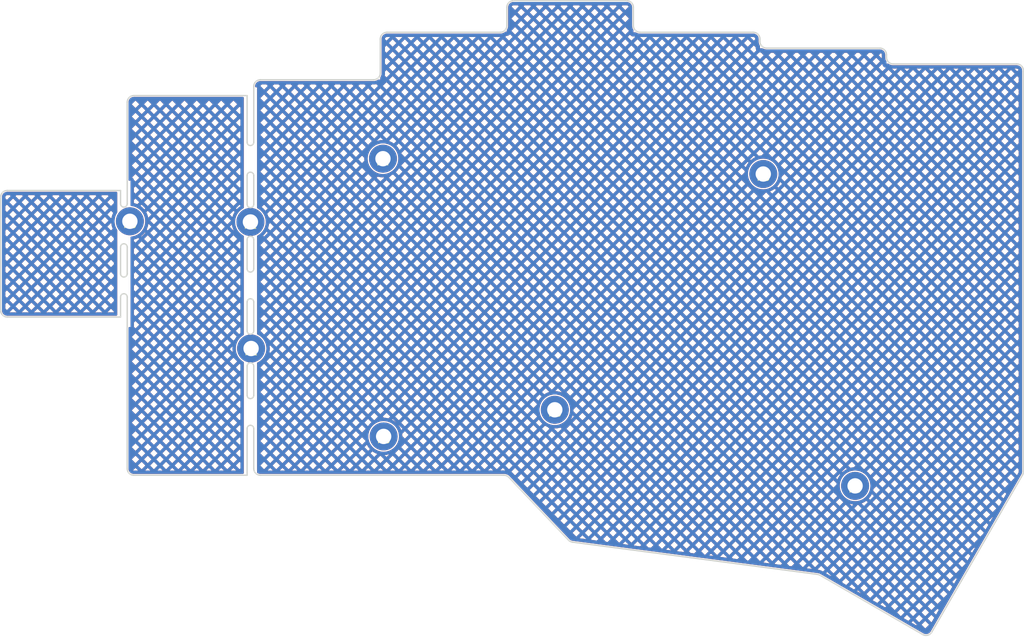
<source format=kicad_pcb>
(kicad_pcb (version 20211014) (generator pcbnew)
  (layers (0 "F.Cu" signal) (31 "B.Cu" signal) (34 "B.Paste" user) (35 "F.Paste" user) (36 "B.SilkS" user "B.Silkscreen") (37 "F.SilkS" user "F.Silkscreen") (38 "B.Mask" user) (39 "F.Mask" user) (44 "Edge.Cuts" user))
  (net 0 "")
  (footprint "kbd:M2_Hole_TH" (layer "F.Cu") (at 71.621463 38.074367)
    (fp_text reference "H4" (at 0 0.5) (layer "F.SilkS"))
    (fp_text value "MountingHole")
    (pad "" thru_hole circle (at 0 0) (size 4.2 4.2) (drill 2.3) (layers *.Cu *.Mask))
  )
  (footprint "kbd:M2_Hole_TH" (layer "F.Cu") (at 142.507505 87.19918)
    (fp_text reference "H9" (at 0 0.5) (layer "F.SilkS"))
    (fp_text value "MountingHole")
    (pad "" thru_hole circle (at 0 0) (size 4.2 4.2) (drill 2.3) (layers *.Cu *.Mask))
  )
  (footprint "kbd:M2_Hole_TH" (layer "F.Cu") (at 51.821463 66.574367)
    (fp_text reference "H2" (at 0 0.5) (layer "F.SilkS"))
    (fp_text value "MountingHole")
    (pad "" thru_hole circle (at 0 0) (size 4.2 4.2) (drill 2.3) (layers *.Cu *.Mask))
  )
  (footprint "kbd:M2_Hole_TH" (layer "F.Cu") (at 128.721463 40.374367)
    (fp_text reference "H8" (at 0 0.5) (layer "F.SilkS"))
    (fp_text value "MountingHole")
    (pad "" thru_hole circle (at 0 0) (size 4.2 4.2) (drill 2.3) (layers *.Cu *.Mask))
  )
  (footprint "kbd:M2_Hole_TH" (layer "F.Cu") (at 33.621463 47.474367)
    (fp_text reference "H3" (at 0 0.5) (layer "F.SilkS"))
    (fp_text value "MountingHole")
    (pad "" thru_hole circle (at 0 0) (size 4.2 4.2) (drill 2.3) (layers *.Cu *.Mask))
  )
  (footprint "kbd:M2_Hole_TH" (layer "F.Cu") (at 97.421463 75.774367)
    (fp_text reference "H6" (at 0 0.5) (layer "F.SilkS"))
    (fp_text value "MountingHole")
    (pad "" thru_hole circle (at 0 0) (size 4.2 4.2) (drill 2.3) (layers *.Cu *.Mask))
  )
  (footprint "kbd:M2_Hole_TH" (layer "F.Cu") (at 51.721463 47.574367)
    (fp_text reference "H1" (at 0 0.5) (layer "F.SilkS"))
    (fp_text value "MountingHole")
    (pad "" thru_hole circle (at 0 0) (size 4.2 4.2) (drill 2.3) (layers *.Cu *.Mask))
  )
  (footprint "kbd:M2_Hole_TH" (layer "F.Cu") (at 71.721463 79.774367)
    (fp_text reference "H5" (at 0 0.5) (layer "F.SilkS"))
    (fp_text value "MountingHole")
    (pad "" thru_hole circle (at 0 0) (size 4.2 4.2) (drill 2.3) (layers *.Cu *.Mask))
  )
  (gr_arc (start 154.028536 109.150633) (mid 153.42133 109.616559) (end 152.662511 109.516658) (layer "Edge.Cuts") (width 0.2))
  (gr_line (start 51.221491 40.599328) (end 51.22149 44.924327) (layer "Edge.Cuts") (width 0.2))
  (gr_line (start 52.221463 35.599367) (end 52.221463 27.224367) (layer "Edge.Cuts") (width 0.2))
  (gr_line (start 52.221491 54.599327) (end 52.22149 50.224327) (layer "Edge.Cuts") (width 0.2))
  (gr_line (start 89.796623 85.599366) (end 53.221463 85.599366) (layer "Edge.Cuts") (width 0.2))
  (gr_line (start 109.221463 15.349368) (end 109.221463 18.099367) (layer "Edge.Cuts") (width 0.2))
  (gr_arc (start 89.796623 85.599367) (mid 90.187009 85.679623) (end 90.514076 85.907372) (layer "Edge.Cuts") (width 0.2))
  (gr_line (start 52.22149 63.924327) (end 52.221491 59.599327) (layer "Edge.Cuts") (width 0.2))
  (gr_line (start 32.221464 58.849368) (end 32.221464 61.849368) (layer "Edge.Cuts") (width 0.2))
  (gr_line (start 129.221463 21.474367) (end 146.221463 21.474368) (layer "Edge.Cuts") (width 0.2))
  (gr_arc (start 34.211068 85.599367) (mid 33.511312 85.309518) (end 33.221463 84.609762) (layer "Edge.Cuts") (width 0.2))
  (gr_line (start 148.221463 23.849368) (end 166.778537 23.849368) (layer "Edge.Cuts") (width 0.2))
  (gr_arc (start 51.22149 69.224327) (mid 51.72149 68.724327) (end 52.22149 69.224327) (layer "Edge.Cuts") (width 0.2))
  (gr_arc (start 51.221463 40.599367) (mid 51.721463 40.099367) (end 52.221463 40.599367) (layer "Edge.Cuts") (width 0.2))
  (gr_arc (start 51.221463 78.599366) (mid 51.721463 78.099366) (end 52.221463 78.599366) (layer "Edge.Cuts") (width 0.2))
  (gr_arc (start 90.221463 15.349368) (mid 90.514356 14.642261) (end 91.221463 14.349368) (layer "Edge.Cuts") (width 0.2))
  (gr_line (start 72.221463 19.099367) (end 89.221463 19.099368) (layer "Edge.Cuts") (width 0.2))
  (gr_line (start 167.778537 24.849368) (end 167.778537 85.066985) (layer "Edge.Cuts") (width 0.2))
  (gr_arc (start 167.778537 85.066985) (mid 167.744463 85.325804) (end 167.644562 85.566985) (layer "Edge.Cuts") (width 0.2))
  (gr_line (start 52.221463 84.599366) (end 52.221463 78.599366) (layer "Edge.Cuts") (width 0.2))
  (gr_line (start 53.221463 26.224368) (end 70.221463 26.224368) (layer "Edge.Cuts") (width 0.2))
  (gr_line (start 15.221464 42.849368) (end 32.221465 42.849368) (layer "Edge.Cuts") (width 0.2))
  (gr_line (start 167.644562 85.566985) (end 154.028537 109.150633) (layer "Edge.Cuts") (width 0.2))
  (gr_line (start 14.221465 60.849368) (end 14.221465 43.849369) (layer "Edge.Cuts") (width 0.2))
  (gr_line (start 33.221463 84.609762) (end 33.221464 58.849368) (layer "Edge.Cuts") (width 0.2))
  (gr_arc (start 52.221463 54.599366) (mid 51.721463 55.099366) (end 51.221463 54.599366) (layer "Edge.Cuts") (width 0.2))
  (gr_line (start 52.221491 73.599327) (end 52.22149 69.224327) (layer "Edge.Cuts") (width 0.2))
  (gr_arc (start 53.221463 85.599366) (mid 52.514356 85.306473) (end 52.221463 84.599366) (layer "Edge.Cuts") (width 0.2))
  (gr_line (start 71.221463 25.224368) (end 71.221463 20.099368) (layer "Edge.Cuts") (width 0.2))
  (gr_line (start 33.221464 44.849368) (end 33.221464 29.599368) (layer "Edge.Cuts") (width 0.2))
  (gr_arc (start 52.22149 44.924327) (mid 51.72149 45.424327) (end 51.22149 44.924327) (layer "Edge.Cuts") (width 0.2))
  (gr_arc (start 52.221463 35.599367) (mid 51.721463 36.099367) (end 51.221463 35.599367) (layer "Edge.Cuts") (width 0.2))
  (gr_arc (start 127.221463 19.099367) (mid 127.92857 19.39226) (end 128.221463 20.099367) (layer "Edge.Cuts") (width 0.2))
  (gr_arc (start 52.221463 73.599366) (mid 51.721463 74.099366) (end 51.221463 73.599366) (layer "Edge.Cuts") (width 0.2))
  (gr_arc (start 51.22149 50.224327) (mid 51.72149 49.724327) (end 52.22149 50.224327) (layer "Edge.Cuts") (width 0.2))
  (gr_arc (start 148.221463 23.849368) (mid 147.514356 23.556475) (end 147.221463 22.849368) (layer "Edge.Cuts") (width 0.2))
  (gr_arc (start 129.221463 21.474367) (mid 128.514356 21.181474) (end 128.221463 20.474367) (layer "Edge.Cuts") (width 0.2))
  (gr_arc (start 108.221463 14.349368) (mid 108.92857 14.642261) (end 109.221463 15.349368) (layer "Edge.Cuts") (width 0.2))
  (gr_line (start 152.662511 109.516658) (end 137.244527 100.615081) (layer "Edge.Cuts") (width 0.2))
  (gr_arc (start 14.221465 43.849369) (mid 14.514358 43.142262) (end 15.221464 42.849368) (layer "Edge.Cuts") (width 0.2))
  (gr_line (start 147.221463 22.474368) (end 147.221463 22.849368) (layer "Edge.Cuts") (width 0.2))
  (gr_arc (start 33.221464 44.849368) (mid 32.721464 45.349368) (end 32.221464 44.849368) (layer "Edge.Cuts") (width 0.2))
  (gr_line (start 51.221491 54.599327) (end 51.22149 50.224327) (layer "Edge.Cuts") (width 0.2))
  (gr_arc (start 32.221464 58.849368) (mid 32.721464 58.349368) (end 33.221464 58.849368) (layer "Edge.Cuts") (width 0.2))
  (gr_line (start 51.22149 69.224327) (end 51.221491 73.599327) (layer "Edge.Cuts") (width 0.2))
  (gr_line (start 51.221463 28.599368) (end 51.221463 35.599367) (layer "Edge.Cuts") (width 0.2))
  (gr_arc (start 71.221463 25.224368) (mid 70.92857 25.931475) (end 70.221463 26.224368) (layer "Edge.Cuts") (width 0.2))
  (gr_line (start 51.221463 85.599366) (end 34.211068 85.599366) (layer "Edge.Cuts") (width 0.2))
  (gr_line (start 32.221464 51.349368) (end 32.221464 55.349368) (layer "Edge.Cuts") (width 0.2))
  (gr_line (start 110.221463 19.099367) (end 127.221463 19.099367) (layer "Edge.Cuts") (width 0.2))
  (gr_line (start 90.221463 18.099368) (end 90.221463 15.349368) (layer "Edge.Cuts") (width 0.2))
  (gr_line (start 128.221463 20.099367) (end 128.221463 20.474367) (layer "Edge.Cuts") (width 0.2))
  (gr_line (start 32.221464 61.849368) (end 15.221464 61.849368) (layer "Edge.Cuts") (width 0.2))
  (gr_line (start 99.480311 95.345258) (end 90.514076 85.907372) (layer "Edge.Cuts") (width 0.2))
  (gr_arc (start 110.221462 19.099368) (mid 109.514356 18.806474) (end 109.221463 18.099367) (layer "Edge.Cuts") (width 0.2))
  (gr_line (start 51.22149 63.924327) (end 51.221491 59.599327) (layer "Edge.Cuts") (width 0.2))
  (gr_arc (start 33.221464 29.599368) (mid 33.514357 28.892261) (end 34.221464 28.599368) (layer "Edge.Cuts") (width 0.2))
  (gr_arc (start 52.221463 27.224368) (mid 52.514356 26.517261) (end 53.221463 26.224368) (layer "Edge.Cuts") (width 0.2))
  (gr_arc (start 166.778537 23.849368) (mid 167.485644 24.142261) (end 167.778537 24.849368) (layer "Edge.Cuts") (width 0.2))
  (gr_arc (start 51.221463 59.599366) (mid 51.721463 59.099366) (end 52.221463 59.599366) (layer "Edge.Cuts") (width 0.2))
  (gr_line (start 33.221463 55.349368) (end 33.221463 51.349368) (layer "Edge.Cuts") (width 0.2))
  (gr_line (start 91.221463 14.349368) (end 108.221463 14.349368) (layer "Edge.Cuts") (width 0.2))
  (gr_arc (start 15.221464 61.849367) (mid 14.514358 61.556474) (end 14.221465 60.849368) (layer "Edge.Cuts") (width 0.2))
  (gr_arc (start 32.221462 51.349368) (mid 32.721462 50.849368) (end 33.221462 51.349368) (layer "Edge.Cuts") (width 0.2))
  (gr_arc (start 136.878894 100.490965) (mid 137.067823 100.535017) (end 137.244527 100.615081) (layer "Edge.Cuts") (width 0.2))
  (gr_line (start 51.221463 78.599366) (end 51.221463 85.599366) (layer "Edge.Cuts") (width 0.2))
  (gr_line (start 32.221464 42.849368) (end 32.221464 44.849368) (layer "Edge.Cuts") (width 0.2))
  (gr_line (start 52.221491 40.599328) (end 52.22149 44.924327) (layer "Edge.Cuts") (width 0.2))
  (gr_arc (start 33.221463 55.349368) (mid 32.721463 55.849368) (end 32.221463 55.349368) (layer "Edge.Cuts") (width 0.2))
  (gr_arc (start 146.221463 21.474368) (mid 146.92857 21.767261) (end 147.221463 22.474368) (layer "Edge.Cuts") (width 0.2))
  (gr_arc (start 52.22149 63.924327) (mid 51.72149 64.424327) (end 51.22149 63.924327) (layer "Edge.Cuts") (width 0.2))
  (gr_arc (start 90.221463 18.099368) (mid 89.92857 18.806475) (end 89.221463 19.099368) (layer "Edge.Cuts") (width 0.2))
  (gr_line (start 34.221464 28.599368) (end 51.221463 28.599368) (layer "Edge.Cuts") (width 0.2))
  (gr_line (start 136.878894 100.490965) (end 100.068595 95.644797) (layer "Edge.Cuts") (width 0.2))
  (gr_arc (start 71.221462 20.099368) (mid 71.514356 19.392261) (end 72.221463 19.099367) (layer "Edge.Cuts") (width 0.2))
  (gr_arc (start 100.068595 95.644797) (mid 99.748739 95.545528) (end 99.480311 95.345258) (layer "Edge.Cuts") (width 0.2))
  (zone (net 0) (net_name "") (layers F&B.Cu) (connect_pads (clearance 0)) (min_thickness 0.254)
    (keepout (tracks not_allowed) (vias not_allowed) (pads not_allowed) (copperpour not_allowed) (footprints allowed))
    (fill (thermal_gap 0.508) (thermal_bridge_width 0.508))
    (polygon (pts (xy 33.721463 63.349367) (xy 31.721463 63.349367) (xy 31.721463 41.849367) (xy 33.721463 41.349367)))
  )
  (zone (net 0) (net_name "") (layers F&B.Cu) (connect_pads (clearance 0)) (min_thickness 0.254)
    (keepout (tracks not_allowed) (vias not_allowed) (pads not_allowed) (copperpour not_allowed) (footprints allowed))
    (fill (thermal_gap 0.508) (thermal_bridge_width 0.508))
    (polygon (pts (xy 52.721463 86.099367) (xy 50.721463 86.099367) (xy 50.721463 27.349367) (xy 52.721463 27.349367)))
  )
  (zone (net 0) (net_name "") (layers F&B.Cu) (priority 1) (connect_pads (clearance 0.2)) (min_thickness 0.25) (fill yes (mode hatch) (thermal_gap 0.5) (thermal_bridge_width 0.5) (hatch_thickness 0.5) (hatch_gap 0.8) (hatch_orientation 45) (hatch_border_algorithm hatch_thickness) (hatch_min_hole_area 0.3))
    (polygon (pts (xy 109.221463 19.104952) (xy 128.221463 19.104952) (xy 128.221463 21.504952) (xy 147.221463 21.504952) (xy 147.221463 23.804952) (xy 167.721463 23.804952) (xy 167.821463 85.204952) (xy 153.421463 109.904952) (xy 137.021463 100.504952) (xy 99.721463 95.504952) (xy 90.121463 85.504952) (xy 33.221463 85.604952) (xy 33.221463 61.804952) (xy 14.121463 61.804952) (xy 14.221463 42.904952) (xy 33.221463 42.804952) (xy 33.221463 28.504952) (xy 52.221463 28.504952) (xy 52.221463 26.204952) (xy 71.221463 26.204952) (xy 71.221463 19.004952) (xy 90.221463 19.004952) (xy 90.221463 14.304952) (xy 109.221463 14.304952)))
  )
)
</source>
